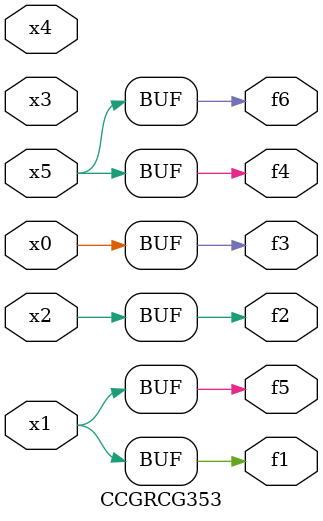
<source format=v>
module CCGRCG353(
	input x0, x1, x2, x3, x4, x5,
	output f1, f2, f3, f4, f5, f6
);
	assign f1 = x1;
	assign f2 = x2;
	assign f3 = x0;
	assign f4 = x5;
	assign f5 = x1;
	assign f6 = x5;
endmodule

</source>
